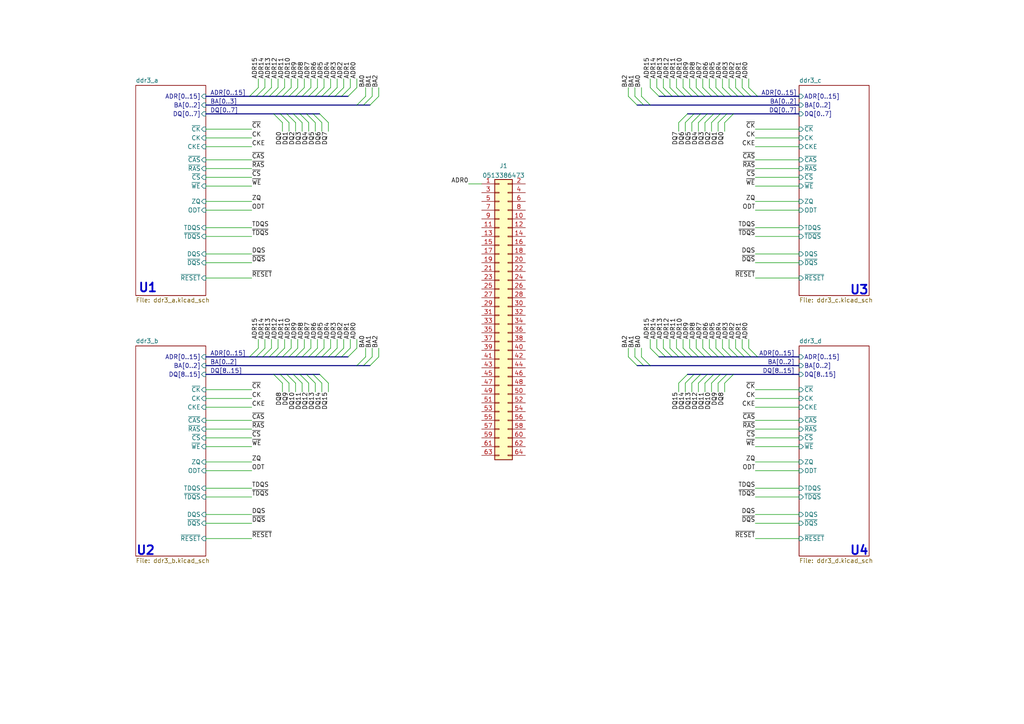
<source format=kicad_sch>
(kicad_sch (version 20211123) (generator eeschema)
  (paper "A4")
  (lib_symbols
    (symbol "Connector_Generic:Conn_02x32_Odd_Even" (pin_names (offset 1.016) hide)
      (property "Reference" "J" (at 1.27 40.64 0))
      (property "Value" "Conn_02x32_Odd_Even" (at 1.27 -43.18 0))
      (symbol "Conn_02x32_Odd_Even_1_1"
        (rectangle (start -1.27 -40.513) (end 0 -40.767) (stroke (width 0.1524)))
        (rectangle (start -1.27 -37.973) (end 0 -38.227) (stroke (width 0.1524)))
        (rectangle (start -1.27 -35.433) (end 0 -35.687) (stroke (width 0.1524)))
        (rectangle (start -1.27 -32.893) (end 0 -33.147) (stroke (width 0.1524)))
        (rectangle (start -1.27 -30.353) (end 0 -30.607) (stroke (width 0.1524)))
        (rectangle (start -1.27 -27.813) (end 0 -28.067) (stroke (width 0.1524)))
        (rectangle (start -1.27 -25.273) (end 0 -25.527) (stroke (width 0.1524)))
        (rectangle (start -1.27 -22.733) (end 0 -22.987) (stroke (width 0.1524)))
        (rectangle (start -1.27 -20.193) (end 0 -20.447) (stroke (width 0.1524)))
        (rectangle (start -1.27 -17.653) (end 0 -17.907) (stroke (width 0.1524)))
        (rectangle (start -1.27 -15.113) (end 0 -15.367) (stroke (width 0.1524)))
        (rectangle (start -1.27 -12.573) (end 0 -12.827) (stroke (width 0.1524)))
        (rectangle (start -1.27 -10.033) (end 0 -10.287) (stroke (width 0.1524)))
        (rectangle (start -1.27 -7.493) (end 0 -7.747) (stroke (width 0.1524)))
        (rectangle (start -1.27 -4.953) (end 0 -5.207) (stroke (width 0.1524)))
        (rectangle (start -1.27 -2.413) (end 0 -2.667) (stroke (width 0.1524)))
        (rectangle (start -1.27 0.127) (end 0 -0.127) (stroke (width 0.1524)))
        (rectangle (start -1.27 2.667) (end 0 2.413) (stroke (width 0.1524)))
        (rectangle (start -1.27 5.207) (end 0 4.953) (stroke (width 0.1524)))
        (rectangle (start -1.27 7.747) (end 0 7.493) (stroke (width 0.1524)))
        (rectangle (start -1.27 10.287) (end 0 10.033) (stroke (width 0.1524)))
        (rectangle (start -1.27 12.827) (end 0 12.573) (stroke (width 0.1524)))
        (rectangle (start -1.27 15.367) (end 0 15.113) (stroke (width 0.1524)))
        (rectangle (start -1.27 17.907) (end 0 17.653) (stroke (width 0.1524)))
        (rectangle (start -1.27 20.447) (end 0 20.193) (stroke (width 0.1524)))
        (rectangle (start -1.27 22.987) (end 0 22.733) (stroke (width 0.1524)))
        (rectangle (start -1.27 25.527) (end 0 25.273) (stroke (width 0.1524)))
        (rectangle (start -1.27 28.067) (end 0 27.813) (stroke (width 0.1524)))
        (rectangle (start -1.27 30.607) (end 0 30.353) (stroke (width 0.1524)))
        (rectangle (start -1.27 33.147) (end 0 32.893) (stroke (width 0.1524)))
        (rectangle (start -1.27 35.687) (end 0 35.433) (stroke (width 0.1524)))
        (rectangle (start -1.27 38.227) (end 0 37.973) (stroke (width 0.1524)))
        (rectangle (start -1.27 39.37) (end 3.81 -41.91) (stroke (width 0.254)) (fill (type background)))
        (rectangle (start 3.81 -40.513) (end 2.54 -40.767) (stroke (width 0.1524)))
        (rectangle (start 3.81 -37.973) (end 2.54 -38.227) (stroke (width 0.1524)))
        (rectangle (start 3.81 -35.433) (end 2.54 -35.687) (stroke (width 0.1524)))
        (rectangle (start 3.81 -32.893) (end 2.54 -33.147) (stroke (width 0.1524)))
        (rectangle (start 3.81 -30.353) (end 2.54 -30.607) (stroke (width 0.1524)))
        (rectangle (start 3.81 -27.813) (end 2.54 -28.067) (stroke (width 0.1524)))
        (rectangle (start 3.81 -25.273) (end 2.54 -25.527) (stroke (width 0.1524)))
        (rectangle (start 3.81 -22.733) (end 2.54 -22.987) (stroke (width 0.1524)))
        (rectangle (start 3.81 -20.193) (end 2.54 -20.447) (stroke (width 0.1524)))
        (rectangle (start 3.81 -17.653) (end 2.54 -17.907) (stroke (width 0.1524)))
        (rectangle (start 3.81 -15.113) (end 2.54 -15.367) (stroke (width 0.1524)))
        (rectangle (start 3.81 -12.573) (end 2.54 -12.827) (stroke (width 0.1524)))
        (rectangle (start 3.81 -10.033) (end 2.54 -10.287) (stroke (width 0.1524)))
        (rectangle (start 3.81 -7.493) (end 2.54 -7.747) (stroke (width 0.1524)))
        (rectangle (start 3.81 -4.953) (end 2.54 -5.207) (stroke (width 0.1524)))
        (rectangle (start 3.81 -2.413) (end 2.54 -2.667) (stroke (width 0.1524)))
        (rectangle (start 3.81 0.127) (end 2.54 -0.127) (stroke (width 0.1524)))
        (rectangle (start 3.81 2.667) (end 2.54 2.413) (stroke (width 0.1524)))
        (rectangle (start 3.81 5.207) (end 2.54 4.953) (stroke (width 0.1524)))
        (rectangle (start 3.81 7.747) (end 2.54 7.493) (stroke (width 0.1524)))
        (rectangle (start 3.81 10.287) (end 2.54 10.033) (stroke (width 0.1524)))
        (rectangle (start 3.81 12.827) (end 2.54 12.573) (stroke (width 0.1524)))
        (rectangle (start 3.81 15.367) (end 2.54 15.113) (stroke (width 0.1524)))
        (rectangle (start 3.81 17.907) (end 2.54 17.653) (stroke (width 0.1524)))
        (rectangle (start 3.81 20.447) (end 2.54 20.193) (stroke (width 0.1524)))
        (rectangle (start 3.81 22.987) (end 2.54 22.733) (stroke (width 0.1524)))
        (rectangle (start 3.81 25.527) (end 2.54 25.273) (stroke (width 0.1524)))
        (rectangle (start 3.81 28.067) (end 2.54 27.813) (stroke (width 0.1524)))
        (rectangle (start 3.81 30.607) (end 2.54 30.353) (stroke (width 0.1524)))
        (rectangle (start 3.81 33.147) (end 2.54 32.893) (stroke (width 0.1524)))
        (rectangle (start 3.81 35.687) (end 2.54 35.433) (stroke (width 0.1524)))
        (rectangle (start 3.81 38.227) (end 2.54 37.973) (stroke (width 0.1524)))
        (pin passive line (at -5.08 38.1 0) (length 3.81) (name "Pin_1") (number "1"))
        (pin passive line (at 7.62 27.94 180) (length 3.81) (name "Pin_10") (number "10"))
        (pin passive line (at -5.08 25.4 0) (length 3.81) (name "Pin_11") (number "11"))
        (pin passive line (at 7.62 25.4 180) (length 3.81) (name "Pin_12") (number "12"))
        (pin passive line (at -5.08 22.86 0) (length 3.81) (name "Pin_13") (number "13"))
        (pin passive line (at 7.62 22.86 180) (length 3.81) (name "Pin_14") (number "14"))
        (pin passive line (at -5.08 20.32 0) (length 3.81) (name "Pin_15") (number "15"))
        (pin passive line (at 7.62 20.32 180) (length 3.81) (name "Pin_16") (number "16"))
        (pin passive line (at -5.08 17.78 0) (length 3.81) (name "Pin_17") (number "17"))
        (pin passive line (at 7.62 17.78 180) (length 3.81) (name "Pin_18") (number "18"))
        (pin passive line (at -5.08 15.24 0) (length 3.81) (name "Pin_19") (number "19"))
        (pin passive line (at 7.62 38.1 180) (length 3.81) (name "Pin_2") (number "2"))
        (pin passive line (at 7.62 15.24 180) (length 3.81) (name "Pin_20") (number "20"))
        (pin passive line (at -5.08 12.7 0) (length 3.81) (name "Pin_21") (number "21"))
        (pin passive line (at 7.62 12.7 180) (length 3.81) (name "Pin_22") (number "22"))
        (pin passive line (at -5.08 10.16 0) (length 3.81) (name "Pin_23") (number "23"))
        (pin passive line (at 7.62 10.16 180) (length 3.81) (name "Pin_24") (number "24"))
        (pin passive line (at -5.08 7.62 0) (length 3.81) (name "Pin_25") (number "25"))
        (pin passive line (at 7.62 7.62 180) (length 3.81) (name "Pin_26") (number "26"))
        (pin passive line (at -5.08 5.08 0) (length 3.81) (name "Pin_27") (number "27"))
        (pin passive line (at 7.62 5.08 180) (length 3.81) (name "Pin_28") (number "28"))
        (pin passive line (at -5.08 2.54 0) (length 3.81) (name "Pin_29") (number "29"))
        (pin passive line (at -5.08 35.56 0) (length 3.81) (name "Pin_3") (number "3"))
        (pin passive line (at 7.62 2.54 180) (length 3.81) (name "Pin_30") (number "30"))
        (pin passive line (at -5.08 0 0) (length 3.81) (name "Pin_31") (number "31"))
        (pin passive line (at 7.62 0 180) (length 3.81) (name "Pin_32") (number "32"))
        (pin passive line (at -5.08 -2.54 0) (length 3.81) (name "Pin_33") (number "33"))
        (pin passive line (at 7.62 -2.54 180) (length 3.81) (name "Pin_34") (number "34"))
        (pin passive line (at -5.08 -5.08 0) (length 3.81) (name "Pin_35") (number "35"))
        (pin passive line (at 7.62 -5.08 180) (length 3.81) (name "Pin_36") (number "36"))
        (pin passive line (at -5.08 -7.62 0) (length 3.81) (name "Pin_37") (number "37"))
        (pin passive line (at 7.62 -7.62 180) (length 3.81) (name "Pin_38") (number "38"))
        (pin passive line (at -5.08 -10.16 0) (length 3.81) (name "Pin_39") (number "39"))
        (pin passive line (at 7.62 35.56 180) (length 3.81) (name "Pin_4") (number "4"))
        (pin passive line (at 7.62 -10.16 180) (length 3.81) (name "Pin_40") (number "40"))
        (pin passive line (at -5.08 -12.7 0) (length 3.81) (name "Pin_41") (number "41"))
        (pin passive line (at 7.62 -12.7 180) (length 3.81) (name "Pin_42") (number "42"))
        (pin passive line (at -5.08 -15.24 0) (length 3.81) (name "Pin_43") (number "43"))
        (pin passive line (at 7.62 -15.24 180) (length 3.81) (name "Pin_44") (number "44"))
        (pin passive line (at -5.08 -17.78 0) (length 3.81) (name "Pin_45") (number "45"))
        (pin passive line (at 7.62 -17.78 180) (length 3.81) (name "Pin_46") (number "46"))
        (pin passive line (at -5.08 -20.32 0) (length 3.81) (name "Pin_47") (number "47"))
        (pin passive line (at 7.62 -20.32 180) (length 3.81) (name "Pin_48") (number "48"))
        (pin passive line (at -5.08 -22.86 0) (length 3.81) (name "Pin_49") (number "49"))
        (pin passive line (at -5.08 33.02 0) (length 3.81) (name "Pin_5") (number "5"))
        (pin passive line (at 7.62 -22.86 180) (length 3.81) (name "Pin_50") (number "50"))
        (pin passive line (at -5.08 -25.4 0) (length 3.81) (name "Pin_51") (number "51"))
        (pin passive line (at 7.62 -25.4 180) (length 3.81) (name "Pin_52") (number "52"))
        (pin passive line (at -5.08 -27.94 0) (length 3.81) (name "Pin_53") (number "53"))
        (pin passive line (at 7.62 -27.94 180) (length 3.81) (name "Pin_54") (number "54"))
        (pin passive line (at -5.08 -30.48 0) (length 3.81) (name "Pin_55") (number "55"))
        (pin passive line (at 7.62 -30.48 180) (length 3.81) (name "Pin_56") (number "56"))
        (pin passive line (at -5.08 -33.02 0) (length 3.81) (name "Pin_57") (number "57"))
        (pin passive line (at 7.62 -33.02 180) (length 3.81) (name "Pin_58") (number "58"))
        (pin passive line (at -5.08 -35.56 0) (length 3.81) (name "Pin_59") (number "59"))
        (pin passive line (at 7.62 33.02 180) (length 3.81) (name "Pin_6") (number "6"))
        (pin passive line (at 7.62 -35.56 180) (length 3.81) (name "Pin_60") (number "60"))
        (pin passive line (at -5.08 -38.1 0) (length 3.81) (name "Pin_61") (number "61"))
        (pin passive line (at 7.62 -38.1 180) (length 3.81) (name "Pin_62") (number "62"))
        (pin passive line (at -5.08 -40.64 0) (length 3.81) (name "Pin_63") (number "63"))
        (pin passive line (at 7.62 -40.64 180) (length 3.81) (name "Pin_64") (number "64"))
        (pin passive line (at -5.08 30.48 0) (length 3.81) (name "Pin_7") (number "7"))
        (pin passive line (at 7.62 30.48 180) (length 3.81) (name "Pin_8") (number "8"))
        (pin passive line (at -5.08 27.94 0) (length 3.81) (name "Pin_9") (number "9"))
      )
    )
  )
  (bus_entry (at 212.09 103.505) (size -2.54 -2.54))
  (bus_entry (at 81.28 33.02) (size 2.54 2.54))
  (bus_entry (at 95.25 103.505) (size 2.54 -2.54))
  (bus_entry (at 93.345 103.505) (size 2.54 -2.54))
  (bus_entry (at 105.41 30.48) (size 2.54 -2.54))
  (bus_entry (at 193.04 103.505) (size -2.54 -2.54))
  (bus_entry (at 74.295 103.505) (size 2.54 -2.54))
  (bus_entry (at 90.805 33.02) (size 2.54 2.54))
  (bus_entry (at 85.725 27.94) (size 2.54 -2.54))
  (bus_entry (at 204.47 27.94) (size -2.54 -2.54))
  (bus_entry (at 191.135 27.94) (size -2.54 -2.54))
  (bus_entry (at 206.375 103.505) (size -2.54 -2.54))
  (bus_entry (at 194.945 103.505) (size -2.54 -2.54))
  (bus_entry (at 72.39 103.505) (size 2.54 -2.54))
  (bus_entry (at 199.39 108.585) (size -2.54 2.54))
  (bus_entry (at 87.63 27.94) (size 2.54 -2.54))
  (bus_entry (at 91.44 103.505) (size 2.54 -2.54))
  (bus_entry (at 212.09 27.94) (size -2.54 -2.54))
  (bus_entry (at 212.725 108.585) (size -2.54 2.54))
  (bus_entry (at 83.82 103.505) (size 2.54 -2.54))
  (bus_entry (at 81.28 108.585) (size 2.54 2.54))
  (bus_entry (at 88.9 108.585) (size 2.54 2.54))
  (bus_entry (at 80.01 103.505) (size 2.54 -2.54))
  (bus_entry (at 184.785 30.48) (size -2.54 -2.54))
  (bus_entry (at 202.565 103.505) (size -2.54 -2.54))
  (bus_entry (at 90.805 108.585) (size 2.54 2.54))
  (bus_entry (at 203.2 33.02) (size -2.54 2.54))
  (bus_entry (at 208.28 103.505) (size -2.54 -2.54))
  (bus_entry (at 196.85 27.94) (size -2.54 -2.54))
  (bus_entry (at 80.01 27.94) (size 2.54 -2.54))
  (bus_entry (at 76.2 27.94) (size 2.54 -2.54))
  (bus_entry (at 78.105 103.505) (size 2.54 -2.54))
  (bus_entry (at 85.09 108.585) (size 2.54 2.54))
  (bus_entry (at 213.995 103.505) (size -2.54 -2.54))
  (bus_entry (at 219.71 27.94) (size -2.54 -2.54))
  (bus_entry (at 215.9 27.94) (size -2.54 -2.54))
  (bus_entry (at 215.9 103.505) (size -2.54 -2.54))
  (bus_entry (at 79.375 33.02) (size 2.54 2.54))
  (bus_entry (at 95.25 27.94) (size 2.54 -2.54))
  (bus_entry (at 103.505 30.48) (size 2.54 -2.54))
  (bus_entry (at 191.135 103.505) (size -2.54 -2.54))
  (bus_entry (at 196.85 103.505) (size -2.54 -2.54))
  (bus_entry (at 212.725 33.02) (size -2.54 2.54))
  (bus_entry (at 85.09 33.02) (size 2.54 2.54))
  (bus_entry (at 200.66 27.94) (size -2.54 -2.54))
  (bus_entry (at 184.785 106.045) (size -2.54 -2.54))
  (bus_entry (at 208.28 27.94) (size -2.54 -2.54))
  (bus_entry (at 198.755 103.505) (size -2.54 -2.54))
  (bus_entry (at 107.315 106.045) (size 2.54 -2.54))
  (bus_entry (at 83.82 27.94) (size 2.54 -2.54))
  (bus_entry (at 205.105 108.585) (size -2.54 2.54))
  (bus_entry (at 89.535 103.505) (size 2.54 -2.54))
  (bus_entry (at 87.63 103.505) (size 2.54 -2.54))
  (bus_entry (at 210.185 27.94) (size -2.54 -2.54))
  (bus_entry (at 88.9 33.02) (size 2.54 2.54))
  (bus_entry (at 201.295 108.585) (size -2.54 2.54))
  (bus_entry (at 207.01 33.02) (size -2.54 2.54))
  (bus_entry (at 188.595 106.045) (size -2.54 -2.54))
  (bus_entry (at 193.04 27.94) (size -2.54 -2.54))
  (bus_entry (at 194.945 27.94) (size -2.54 -2.54))
  (bus_entry (at 219.71 103.505) (size -2.54 -2.54))
  (bus_entry (at 217.805 27.94) (size -2.54 -2.54))
  (bus_entry (at 207.01 108.585) (size -2.54 2.54))
  (bus_entry (at 72.39 27.94) (size 2.54 -2.54))
  (bus_entry (at 206.375 27.94) (size -2.54 -2.54))
  (bus_entry (at 204.47 103.505) (size -2.54 -2.54))
  (bus_entry (at 86.995 33.02) (size 2.54 2.54))
  (bus_entry (at 85.725 103.505) (size 2.54 -2.54))
  (bus_entry (at 92.71 33.02) (size 2.54 2.54))
  (bus_entry (at 74.295 27.94) (size 2.54 -2.54))
  (bus_entry (at 100.965 103.505) (size 2.54 -2.54))
  (bus_entry (at 199.39 33.02) (size -2.54 2.54))
  (bus_entry (at 186.69 106.045) (size -2.54 -2.54))
  (bus_entry (at 105.41 106.045) (size 2.54 -2.54))
  (bus_entry (at 92.71 108.585) (size 2.54 2.54))
  (bus_entry (at 208.915 108.585) (size -2.54 2.54))
  (bus_entry (at 203.2 108.585) (size -2.54 2.54))
  (bus_entry (at 99.06 103.505) (size 2.54 -2.54))
  (bus_entry (at 200.66 103.505) (size -2.54 -2.54))
  (bus_entry (at 99.06 27.94) (size 2.54 -2.54))
  (bus_entry (at 202.565 27.94) (size -2.54 -2.54))
  (bus_entry (at 201.295 33.02) (size -2.54 2.54))
  (bus_entry (at 93.345 27.94) (size 2.54 -2.54))
  (bus_entry (at 97.155 27.94) (size 2.54 -2.54))
  (bus_entry (at 188.595 30.48) (size -2.54 -2.54))
  (bus_entry (at 210.185 103.505) (size -2.54 -2.54))
  (bus_entry (at 91.44 27.94) (size 2.54 -2.54))
  (bus_entry (at 100.965 27.94) (size 2.54 -2.54))
  (bus_entry (at 78.105 27.94) (size 2.54 -2.54))
  (bus_entry (at 76.2 103.505) (size 2.54 -2.54))
  (bus_entry (at 210.82 33.02) (size -2.54 2.54))
  (bus_entry (at 97.155 103.505) (size 2.54 -2.54))
  (bus_entry (at 83.185 33.02) (size 2.54 2.54))
  (bus_entry (at 210.82 108.585) (size -2.54 2.54))
  (bus_entry (at 208.915 33.02) (size -2.54 2.54))
  (bus_entry (at 205.105 33.02) (size -2.54 2.54))
  (bus_entry (at 81.915 103.505) (size 2.54 -2.54))
  (bus_entry (at 107.315 30.48) (size 2.54 -2.54))
  (bus_entry (at 198.755 27.94) (size -2.54 -2.54))
  (bus_entry (at 86.995 108.585) (size 2.54 2.54))
  (bus_entry (at 217.805 103.505) (size -2.54 -2.54))
  (bus_entry (at 89.535 27.94) (size 2.54 -2.54))
  (bus_entry (at 186.69 30.48) (size -2.54 -2.54))
  (bus_entry (at 83.185 108.585) (size 2.54 2.54))
  (bus_entry (at 103.505 106.045) (size 2.54 -2.54))
  (bus_entry (at 213.995 27.94) (size -2.54 -2.54))
  (bus_entry (at 79.375 108.585) (size 2.54 2.54))
  (bus_entry (at 81.915 27.94) (size 2.54 -2.54))
  (bus (pts (xy 208.915 33.02) (xy 207.01 33.02)))
  (wire (pts (xy 231.775 113.03) (xy 219.075 113.03)))
  (wire (pts (xy 91.44 113.665) (xy 91.44 111.125)))
  (wire (pts (xy 93.98 98.425) (xy 93.98 100.965)))
  (wire (pts (xy 208.28 38.1) (xy 208.28 35.56)))
  (bus (pts (xy 90.805 108.585) (xy 92.71 108.585)))
  (wire (pts (xy 188.595 98.425) (xy 188.595 100.965)))
  (wire (pts (xy 231.775 51.435) (xy 219.075 51.435)))
  (bus (pts (xy 219.71 27.94) (xy 217.805 27.94)))
  (bus (pts (xy 59.69 103.505) (xy 72.39 103.505)))
  (bus (pts (xy 59.69 30.48) (xy 103.505 30.48)))
  (wire (pts (xy 59.69 37.465) (xy 73.025 37.465)))
  (wire (pts (xy 186.055 25.4) (xy 186.055 27.94)))
  (wire (pts (xy 101.6 22.86) (xy 101.6 25.4)))
  (bus (pts (xy 86.995 33.02) (xy 88.9 33.02)))
  (wire (pts (xy 59.69 73.66) (xy 73.025 73.66)))
  (wire (pts (xy 204.47 38.1) (xy 204.47 35.56)))
  (wire (pts (xy 80.645 98.425) (xy 80.645 100.965)))
  (wire (pts (xy 182.245 25.4) (xy 182.245 27.94)))
  (wire (pts (xy 107.95 100.965) (xy 107.95 103.505)))
  (wire (pts (xy 190.5 98.425) (xy 190.5 100.965)))
  (bus (pts (xy 231.775 103.505) (xy 219.71 103.505)))
  (bus (pts (xy 201.295 33.02) (xy 199.39 33.02)))
  (wire (pts (xy 103.505 22.86) (xy 103.505 25.4)))
  (wire (pts (xy 59.69 124.46) (xy 73.025 124.46)))
  (wire (pts (xy 95.885 98.425) (xy 95.885 100.965)))
  (wire (pts (xy 74.93 22.86) (xy 74.93 25.4)))
  (wire (pts (xy 97.79 98.425) (xy 97.79 100.965)))
  (wire (pts (xy 87.63 38.1) (xy 87.63 35.56)))
  (wire (pts (xy 78.74 98.425) (xy 78.74 100.965)))
  (wire (pts (xy 231.775 40.005) (xy 219.075 40.005)))
  (bus (pts (xy 72.39 27.94) (xy 74.295 27.94)))
  (wire (pts (xy 93.345 38.1) (xy 93.345 35.56)))
  (wire (pts (xy 202.565 38.1) (xy 202.565 35.56)))
  (wire (pts (xy 59.69 48.895) (xy 73.025 48.895)))
  (bus (pts (xy 83.82 103.505) (xy 85.725 103.505)))
  (bus (pts (xy 97.155 27.94) (xy 99.06 27.94)))
  (wire (pts (xy 59.69 136.525) (xy 73.025 136.525)))
  (wire (pts (xy 198.755 38.1) (xy 198.755 35.56)))
  (wire (pts (xy 196.215 98.425) (xy 196.215 100.965)))
  (wire (pts (xy 201.93 22.86) (xy 201.93 25.4)))
  (wire (pts (xy 211.455 98.425) (xy 211.455 100.965)))
  (bus (pts (xy 74.295 27.94) (xy 76.2 27.94)))
  (wire (pts (xy 231.775 60.96) (xy 219.075 60.96)))
  (wire (pts (xy 95.25 113.665) (xy 95.25 111.125)))
  (wire (pts (xy 59.69 68.58) (xy 73.025 68.58)))
  (bus (pts (xy 231.775 108.585) (xy 212.725 108.585)))
  (wire (pts (xy 208.28 113.665) (xy 208.28 111.125)))
  (bus (pts (xy 59.69 106.045) (xy 103.505 106.045)))
  (bus (pts (xy 95.25 103.505) (xy 97.155 103.505)))
  (bus (pts (xy 205.105 108.585) (xy 203.2 108.585)))
  (wire (pts (xy 59.69 76.2) (xy 73.025 76.2)))
  (wire (pts (xy 59.69 118.11) (xy 73.025 118.11)))
  (wire (pts (xy 83.82 38.1) (xy 83.82 35.56)))
  (bus (pts (xy 203.2 33.02) (xy 201.295 33.02)))
  (bus (pts (xy 91.44 103.505) (xy 93.345 103.505)))
  (bus (pts (xy 86.995 108.585) (xy 88.9 108.585)))
  (wire (pts (xy 196.85 113.665) (xy 196.85 111.125)))
  (wire (pts (xy 59.69 66.04) (xy 73.025 66.04)))
  (wire (pts (xy 210.185 113.665) (xy 210.185 111.125)))
  (wire (pts (xy 59.69 151.765) (xy 73.025 151.765)))
  (bus (pts (xy 212.09 27.94) (xy 210.185 27.94)))
  (wire (pts (xy 200.66 113.665) (xy 200.66 111.125)))
  (wire (pts (xy 231.775 144.145) (xy 219.075 144.145)))
  (wire (pts (xy 78.74 22.86) (xy 78.74 25.4)))
  (wire (pts (xy 59.69 51.435) (xy 73.025 51.435)))
  (bus (pts (xy 78.105 27.94) (xy 80.01 27.94)))
  (bus (pts (xy 93.345 27.94) (xy 95.25 27.94)))
  (wire (pts (xy 207.645 98.425) (xy 207.645 100.965)))
  (wire (pts (xy 59.69 40.005) (xy 73.025 40.005)))
  (wire (pts (xy 74.93 98.425) (xy 74.93 100.965)))
  (wire (pts (xy 231.775 151.765) (xy 219.075 151.765)))
  (bus (pts (xy 219.71 103.505) (xy 217.805 103.505)))
  (wire (pts (xy 204.47 113.665) (xy 204.47 111.125)))
  (bus (pts (xy 85.725 103.505) (xy 87.63 103.505)))
  (bus (pts (xy 208.915 108.585) (xy 207.01 108.585)))
  (bus (pts (xy 194.945 103.505) (xy 193.04 103.505)))
  (bus (pts (xy 90.805 33.02) (xy 92.71 33.02)))
  (bus (pts (xy 213.995 103.505) (xy 212.09 103.505)))
  (wire (pts (xy 198.12 98.425) (xy 198.12 100.965)))
  (bus (pts (xy 72.39 103.505) (xy 74.295 103.505)))
  (wire (pts (xy 231.775 121.92) (xy 219.075 121.92)))
  (bus (pts (xy 78.105 103.505) (xy 80.01 103.505)))
  (wire (pts (xy 109.855 25.4) (xy 109.855 27.94)))
  (wire (pts (xy 198.12 22.86) (xy 198.12 25.4)))
  (wire (pts (xy 192.405 98.425) (xy 192.405 100.965)))
  (wire (pts (xy 186.055 100.965) (xy 186.055 103.505)))
  (bus (pts (xy 212.725 108.585) (xy 210.82 108.585)))
  (wire (pts (xy 194.31 98.425) (xy 194.31 100.965)))
  (wire (pts (xy 231.775 149.225) (xy 219.075 149.225)))
  (wire (pts (xy 82.55 22.86) (xy 82.55 25.4)))
  (bus (pts (xy 80.01 27.94) (xy 81.915 27.94)))
  (bus (pts (xy 85.725 27.94) (xy 87.63 27.94)))
  (wire (pts (xy 59.69 46.355) (xy 73.025 46.355)))
  (wire (pts (xy 109.855 100.965) (xy 109.855 103.505)))
  (wire (pts (xy 84.455 22.86) (xy 84.455 25.4)))
  (wire (pts (xy 91.44 38.1) (xy 91.44 35.56)))
  (wire (pts (xy 85.725 113.665) (xy 85.725 111.125)))
  (wire (pts (xy 217.17 22.86) (xy 217.17 25.4)))
  (bus (pts (xy 88.9 33.02) (xy 90.805 33.02)))
  (bus (pts (xy 217.805 27.94) (xy 215.9 27.94)))
  (wire (pts (xy 231.775 76.2) (xy 219.075 76.2)))
  (wire (pts (xy 231.775 124.46) (xy 219.075 124.46)))
  (wire (pts (xy 76.835 22.86) (xy 76.835 25.4)))
  (wire (pts (xy 209.55 22.86) (xy 209.55 25.4)))
  (wire (pts (xy 106.045 25.4) (xy 106.045 27.94)))
  (wire (pts (xy 201.93 98.425) (xy 201.93 100.965)))
  (wire (pts (xy 81.915 113.665) (xy 81.915 111.125)))
  (wire (pts (xy 76.835 98.425) (xy 76.835 100.965)))
  (bus (pts (xy 196.85 103.505) (xy 194.945 103.505)))
  (wire (pts (xy 59.69 115.57) (xy 73.025 115.57)))
  (wire (pts (xy 93.345 113.665) (xy 93.345 111.125)))
  (bus (pts (xy 81.28 33.02) (xy 83.185 33.02)))
  (bus (pts (xy 188.595 106.045) (xy 186.69 106.045)))
  (wire (pts (xy 200.025 98.425) (xy 200.025 100.965)))
  (wire (pts (xy 231.775 141.605) (xy 219.075 141.605)))
  (bus (pts (xy 105.41 106.045) (xy 107.315 106.045)))
  (bus (pts (xy 91.44 27.94) (xy 93.345 27.94)))
  (bus (pts (xy 95.25 27.94) (xy 97.155 27.94)))
  (wire (pts (xy 59.69 42.545) (xy 73.025 42.545)))
  (wire (pts (xy 59.69 133.985) (xy 73.025 133.985)))
  (bus (pts (xy 212.09 103.505) (xy 210.185 103.505)))
  (bus (pts (xy 200.66 27.94) (xy 198.755 27.94)))
  (wire (pts (xy 198.755 113.665) (xy 198.755 111.125)))
  (wire (pts (xy 231.775 133.985) (xy 219.075 133.985)))
  (bus (pts (xy 210.185 27.94) (xy 208.28 27.94)))
  (wire (pts (xy 59.69 141.605) (xy 73.025 141.605)))
  (bus (pts (xy 59.69 108.585) (xy 79.375 108.585)))
  (wire (pts (xy 89.535 38.1) (xy 89.535 35.56)))
  (wire (pts (xy 83.82 113.665) (xy 83.82 111.125)))
  (bus (pts (xy 103.505 106.045) (xy 105.41 106.045)))
  (wire (pts (xy 88.265 22.86) (xy 88.265 25.4)))
  (wire (pts (xy 231.775 156.21) (xy 219.075 156.21)))
  (wire (pts (xy 59.69 149.225) (xy 73.025 149.225)))
  (wire (pts (xy 59.69 144.145) (xy 73.025 144.145)))
  (wire (pts (xy 59.69 113.03) (xy 73.025 113.03)))
  (wire (pts (xy 92.075 22.86) (xy 92.075 25.4)))
  (wire (pts (xy 231.775 42.545) (xy 219.075 42.545)))
  (bus (pts (xy 83.82 27.94) (xy 85.725 27.94)))
  (wire (pts (xy 206.375 113.665) (xy 206.375 111.125)))
  (bus (pts (xy 87.63 27.94) (xy 89.535 27.94)))
  (wire (pts (xy 93.98 22.86) (xy 93.98 25.4)))
  (wire (pts (xy 106.045 100.965) (xy 106.045 103.505)))
  (bus (pts (xy 87.63 103.505) (xy 89.535 103.505)))
  (wire (pts (xy 86.36 98.425) (xy 86.36 100.965)))
  (bus (pts (xy 105.41 30.48) (xy 107.315 30.48)))
  (bus (pts (xy 89.535 27.94) (xy 91.44 27.94)))
  (bus (pts (xy 186.69 106.045) (xy 184.785 106.045)))
  (wire (pts (xy 59.69 129.54) (xy 73.025 129.54)))
  (bus (pts (xy 231.775 106.045) (xy 188.595 106.045)))
  (bus (pts (xy 213.995 27.94) (xy 212.09 27.94)))
  (wire (pts (xy 192.405 22.86) (xy 192.405 25.4)))
  (wire (pts (xy 59.69 127) (xy 73.025 127)))
  (wire (pts (xy 231.775 58.42) (xy 219.075 58.42)))
  (wire (pts (xy 202.565 113.665) (xy 202.565 111.125)))
  (wire (pts (xy 80.645 22.86) (xy 80.645 25.4)))
  (wire (pts (xy 200.025 22.86) (xy 200.025 25.4)))
  (bus (pts (xy 81.915 27.94) (xy 83.82 27.94)))
  (bus (pts (xy 85.09 108.585) (xy 86.995 108.585)))
  (wire (pts (xy 200.66 38.1) (xy 200.66 35.56)))
  (bus (pts (xy 210.185 103.505) (xy 208.28 103.505)))
  (bus (pts (xy 74.295 103.505) (xy 76.2 103.505)))
  (bus (pts (xy 85.09 33.02) (xy 86.995 33.02)))
  (wire (pts (xy 231.775 37.465) (xy 219.075 37.465)))
  (wire (pts (xy 182.245 100.965) (xy 182.245 103.505)))
  (bus (pts (xy 198.755 27.94) (xy 196.85 27.94)))
  (wire (pts (xy 190.5 22.86) (xy 190.5 25.4)))
  (wire (pts (xy 59.69 156.21) (xy 73.025 156.21)))
  (bus (pts (xy 201.295 108.585) (xy 199.39 108.585)))
  (wire (pts (xy 95.885 22.86) (xy 95.885 25.4)))
  (bus (pts (xy 215.9 27.94) (xy 213.995 27.94)))
  (wire (pts (xy 231.775 127) (xy 219.075 127)))
  (wire (pts (xy 97.79 22.86) (xy 97.79 25.4)))
  (bus (pts (xy 83.185 108.585) (xy 85.09 108.585)))
  (wire (pts (xy 215.265 98.425) (xy 215.265 100.965)))
  (bus (pts (xy 188.595 30.48) (xy 186.69 30.48)))
  (bus (pts (xy 200.66 103.505) (xy 198.755 103.505)))
  (bus (pts (xy 231.775 30.48) (xy 188.595 30.48)))
  (wire (pts (xy 188.595 22.86) (xy 188.595 25.4)))
  (bus (pts (xy 76.2 27.94) (xy 78.105 27.94)))
  (wire (pts (xy 90.17 22.86) (xy 90.17 25.4)))
  (wire (pts (xy 231.775 136.525) (xy 219.075 136.525)))
  (bus (pts (xy 59.69 27.94) (xy 72.39 27.94)))
  (bus (pts (xy 196.85 27.94) (xy 194.945 27.94)))
  (bus (pts (xy 193.04 103.505) (xy 191.135 103.505)))
  (wire (pts (xy 231.775 48.895) (xy 219.075 48.895)))
  (wire (pts (xy 231.775 46.355) (xy 219.075 46.355)))
  (bus (pts (xy 210.82 33.02) (xy 208.915 33.02)))
  (bus (pts (xy 83.185 33.02) (xy 85.09 33.02)))
  (bus (pts (xy 206.375 103.505) (xy 204.47 103.505)))
  (wire (pts (xy 203.835 22.86) (xy 203.835 25.4)))
  (wire (pts (xy 217.17 98.425) (xy 217.17 100.965)))
  (bus (pts (xy 217.805 103.505) (xy 215.9 103.505)))
  (wire (pts (xy 231.775 115.57) (xy 219.075 115.57)))
  (wire (pts (xy 231.775 129.54) (xy 219.075 129.54)))
  (wire (pts (xy 196.85 38.1) (xy 196.85 35.56)))
  (bus (pts (xy 59.69 33.02) (xy 79.375 33.02)))
  (wire (pts (xy 231.775 68.58) (xy 219.075 68.58)))
  (wire (pts (xy 90.17 98.425) (xy 90.17 100.965)))
  (bus (pts (xy 202.565 27.94) (xy 200.66 27.94)))
  (bus (pts (xy 204.47 103.505) (xy 202.565 103.505)))
  (bus (pts (xy 79.375 108.585) (xy 81.28 108.585)))
  (bus (pts (xy 79.375 33.02) (xy 81.28 33.02)))
  (bus (pts (xy 80.01 103.505) (xy 81.915 103.505)))
  (wire (pts (xy 87.63 113.665) (xy 87.63 111.125)))
  (wire (pts (xy 86.36 22.86) (xy 86.36 25.4)))
  (wire (pts (xy 210.185 38.1) (xy 210.185 35.56)))
  (wire (pts (xy 205.74 98.425) (xy 205.74 100.965)))
  (wire (pts (xy 205.74 22.86) (xy 205.74 25.4)))
  (wire (pts (xy 231.775 53.975) (xy 219.075 53.975)))
  (wire (pts (xy 209.55 98.425) (xy 209.55 100.965)))
  (wire (pts (xy 99.695 22.86) (xy 99.695 25.4)))
  (bus (pts (xy 231.775 33.02) (xy 212.725 33.02)))
  (bus (pts (xy 88.9 108.585) (xy 90.805 108.585)))
  (wire (pts (xy 196.215 22.86) (xy 196.215 25.4)))
  (wire (pts (xy 231.775 118.11) (xy 219.075 118.11)))
  (bus (pts (xy 208.28 103.505) (xy 206.375 103.505)))
  (wire (pts (xy 194.31 22.86) (xy 194.31 25.4)))
  (wire (pts (xy 184.15 25.4) (xy 184.15 27.94)))
  (wire (pts (xy 81.915 38.1) (xy 81.915 35.56)))
  (bus (pts (xy 208.28 27.94) (xy 206.375 27.94)))
  (wire (pts (xy 82.55 98.425) (xy 82.55 100.965)))
  (wire (pts (xy 207.645 22.86) (xy 207.645 25.4)))
  (wire (pts (xy 85.725 38.1) (xy 85.725 35.56)))
  (bus (pts (xy 97.155 103.505) (xy 99.06 103.505)))
  (bus (pts (xy 207.01 108.585) (xy 205.105 108.585)))
  (wire (pts (xy 184.15 100.965) (xy 184.15 103.505)))
  (bus (pts (xy 205.105 33.02) (xy 203.2 33.02)))
  (wire (pts (xy 211.455 22.86) (xy 211.455 25.4)))
  (wire (pts (xy 103.505 98.425) (xy 103.505 100.965)))
  (bus (pts (xy 99.06 27.94) (xy 100.965 27.94)))
  (wire (pts (xy 213.36 98.425) (xy 213.36 100.965)))
  (wire (pts (xy 59.69 80.645) (xy 73.025 80.645)))
  (bus (pts (xy 99.06 103.505) (xy 100.965 103.505)))
  (bus (pts (xy 186.69 30.48) (xy 184.785 30.48)))
  (wire (pts (xy 107.95 25.4) (xy 107.95 27.94)))
  (bus (pts (xy 81.915 103.505) (xy 83.82 103.505)))
  (wire (pts (xy 89.535 113.665) (xy 89.535 111.125)))
  (wire (pts (xy 231.775 66.04) (xy 219.075 66.04)))
  (wire (pts (xy 231.775 80.645) (xy 219.075 80.645)))
  (wire (pts (xy 101.6 98.425) (xy 101.6 100.965)))
  (wire (pts (xy 213.36 22.86) (xy 213.36 25.4)))
  (bus (pts (xy 198.755 103.505) (xy 196.85 103.505)))
  (bus (pts (xy 193.04 27.94) (xy 191.135 27.94)))
  (wire (pts (xy 59.69 58.42) (xy 73.025 58.42)))
  (wire (pts (xy 231.775 73.66) (xy 219.075 73.66)))
  (bus (pts (xy 89.535 103.505) (xy 91.44 103.505)))
  (bus (pts (xy 202.565 103.505) (xy 200.66 103.505)))
  (wire (pts (xy 59.69 121.92) (xy 73.025 121.92)))
  (bus (pts (xy 81.28 108.585) (xy 83.185 108.585)))
  (bus (pts (xy 207.01 33.02) (xy 205.105 33.02)))
  (bus (pts (xy 93.345 103.505) (xy 95.25 103.505)))
  (wire (pts (xy 135.89 53.34) (xy 139.7 53.34)))
  (wire (pts (xy 215.265 22.86) (xy 215.265 25.4)))
  (wire (pts (xy 88.265 98.425) (xy 88.265 100.965)))
  (bus (pts (xy 206.375 27.94) (xy 204.47 27.94)))
  (wire (pts (xy 84.455 98.425) (xy 84.455 100.965)))
  (bus (pts (xy 203.2 108.585) (xy 201.295 108.585)))
  (wire (pts (xy 203.835 98.425) (xy 203.835 100.965)))
  (bus (pts (xy 76.2 103.505) (xy 78.105 103.505)))
  (wire (pts (xy 92.075 98.425) (xy 92.075 100.965)))
  (wire (pts (xy 206.375 38.1) (xy 206.375 35.56)))
  (bus (pts (xy 212.725 33.02) (xy 210.82 33.02)))
  (bus (pts (xy 204.47 27.94) (xy 202.565 27.94)))
  (bus (pts (xy 231.775 27.94) (xy 219.71 27.94)))
  (wire (pts (xy 59.69 60.96) (xy 73.025 60.96)))
  (wire (pts (xy 95.25 38.1) (xy 95.25 35.56)))
  (bus (pts (xy 210.82 108.585) (xy 208.915 108.585)))
  (bus (pts (xy 103.505 30.48) (xy 105.41 30.48)))
  (wire (pts (xy 99.695 98.425) (xy 99.695 100.965)))
  (bus (pts (xy 194.945 27.94) (xy 193.04 27.94)))
  (wire (pts (xy 59.69 53.975) (xy 73.025 53.975)))
  (bus (pts (xy 215.9 103.505) (xy 213.995 103.505)))
  (text "U2" (at 39.37 161.29 0) (effects (font (size 2.54 2.54) (thickness 0.508) bold) (justify left bottom)))
  (text "U1" (at 40.005 85.09 0) (effects (font (size 2.54 2.54) (thickness 0.508) bold) (justify left bottom)))
  (text "U3" (at 252.095 85.725 180) (effects (font (size 2.54 2.54) (thickness 0.508) bold) (justify right bottom)))
  (text "U4" (at 252.095 161.29 180) (effects (font (size 2.54 2.54) (thickness 0.508) bold) (justify right bottom)))
  (label "ADR7" (at 90.17 98.425 90))
  (label "ADR14" (at 190.5 98.425 90))
  (label "ADR8" (at 88.265 98.425 90))
  (label "DQ5" (at 200.66 38.1 270))
  (label "DQ6" (at 93.345 38.1 270))
  (label "~{RAS}" (at 73.025 124.46 0))
  (label "~{WE}" (at 219.075 129.54 180))
  (label "ADR10" (at 84.455 98.425 90))
  (label "ADR5" (at 93.98 98.425 90))
  (label "ODT" (at 73.025 60.96 0))
  (label "CK" (at 73.025 40.005 0))
  (label "DQ7" (at 95.25 38.1 270))
  (label "CKE" (at 219.075 42.545 180))
  (label "ADR10" (at 198.12 98.425 90))
  (label "ADR12" (at 80.645 22.86 90))
  (label "ADR1" (at 101.6 22.86 90))
  (label "ADR15" (at 188.595 22.86 90))
  (label "ADR10" (at 198.12 22.86 90))
  (label "ADR15" (at 74.93 22.86 90))
  (label "ADR3" (at 211.455 98.425 90))
  (label "DQ14" (at 198.755 113.665 270))
  (label "ADR12" (at 194.31 22.86 90))
  (label "ADR6" (at 205.74 98.425 90))
  (label "ADR0" (at 103.505 98.425 90))
  (label "BA1" (at 107.95 25.4 90))
  (label "DQ10" (at 85.725 113.665 270))
  (label "ZQ" (at 73.025 133.985 0))
  (label "DQ[8..15]" (at 60.96 108.585 0))
  (label "CK" (at 73.025 115.57 0))
  (label "ADR3" (at 97.79 22.86 90))
  (label "~{CAS}" (at 219.075 121.92 180))
  (label "BA[0..2]" (at 60.96 106.045 0))
  (label "ADR[0..15]" (at 230.505 103.505 180))
  (label "CKE" (at 73.025 118.11 0))
  (label "ADR5" (at 207.645 98.425 90))
  (label "CK" (at 219.075 40.005 180))
  (label "ADR8" (at 201.93 98.425 90))
  (label "BA0" (at 186.055 25.4 90))
  (label "ADR8" (at 201.93 22.86 90))
  (label "ADR1" (at 215.265 22.86 90))
  (label "DQS" (at 219.075 73.66 180))
  (label "DQS" (at 73.025 149.225 0))
  (label "DQS" (at 219.075 149.225 180))
  (label "~{CS}" (at 219.075 51.435 180))
  (label "DQ0" (at 210.185 38.1 270))
  (label "~{TDQS}" (at 219.075 68.58 180))
  (label "ADR4" (at 95.885 22.86 90))
  (label "ADR2" (at 213.36 22.86 90))
  (label "ZQ" (at 73.025 58.42 0))
  (label "ADR12" (at 80.645 98.425 90))
  (label "DQ4" (at 202.565 38.1 270))
  (label "DQ6" (at 198.755 38.1 270))
  (label "ADR0" (at 103.505 22.86 90))
  (label "ADR6" (at 92.075 22.86 90))
  (label "BA0" (at 186.055 100.965 90))
  (label "DQ5" (at 91.44 38.1 270))
  (label "DQ12" (at 202.565 113.665 270))
  (label "~{RAS}" (at 73.025 48.895 0))
  (label "ADR9" (at 200.025 22.86 90))
  (label "DQ[8..15]" (at 230.505 108.585 180))
  (label "ADR7" (at 203.835 98.425 90))
  (label "DQ9" (at 208.28 113.665 270))
  (label "BA1" (at 184.15 100.965 90))
  (label "~{TDQS}" (at 219.075 144.145 180))
  (label "DQ11" (at 204.47 113.665 270))
  (label "ADR15" (at 188.595 98.425 90))
  (label "BA[0..2]" (at 231.14 30.48 180))
  (label "~{TDQS}" (at 73.025 144.145 0))
  (label "DQ2" (at 85.725 38.1 270))
  (label "~{RESET}" (at 219.075 156.21 180))
  (label "ADR11" (at 82.55 98.425 90))
  (label "ADR11" (at 196.215 98.425 90))
  (label "BA2" (at 109.855 100.965 90))
  (label "BA0" (at 106.045 100.965 90))
  (label "ADR14" (at 76.835 22.86 90))
  (label "CKE" (at 73.025 42.545 0))
  (label "ADR4" (at 209.55 22.86 90))
  (label "DQ4" (at 89.535 38.1 270))
  (label "DQ15" (at 95.25 113.665 270))
  (label "ADR4" (at 95.885 98.425 90))
  (label "ADR3" (at 97.79 98.425 90))
  (label "ADR14" (at 76.835 98.425 90))
  (label "DQ15" (at 196.85 113.665 270))
  (label "ADR12" (at 194.31 98.425 90))
  (label "ADR8" (at 88.265 22.86 90))
  (label "ADR15" (at 74.93 98.425 90))
  (label "ADR6" (at 92.075 98.425 90))
  (label "ADR9" (at 200.025 98.425 90))
  (label "DQ8" (at 210.185 113.665 270))
  (label "BA1" (at 107.95 100.965 90))
  (label "BA1" (at 184.15 25.4 90))
  (label "ADR[0..15]" (at 60.96 27.94 0))
  (label "ZQ" (at 219.075 58.42 180))
  (label "ADR11" (at 196.215 22.86 90))
  (label "ADR14" (at 190.5 22.86 90))
  (label "BA[0..3]" (at 60.96 30.48 0))
  (label "ADR2" (at 99.695 98.425 90))
  (label "ADR10" (at 84.455 22.86 90))
  (label "DQ[0..7]" (at 60.96 33.02 0))
  (label "ADR2" (at 99.695 22.86 90))
  (label "ADR13" (at 78.74 98.425 90))
  (label "ADR9" (at 86.36 22.86 90))
  (label "TDQS" (at 73.025 141.605 0))
  (label "~{WE}" (at 219.075 53.975 180))
  (label "ADR13" (at 192.405 98.425 90))
  (label "ZQ" (at 219.075 133.985 180))
  (label "BA2" (at 182.245 100.965 90))
  (label "DQ3" (at 204.47 38.1 270))
  (label "BA[0..2]" (at 230.505 106.045 180))
  (label "~{RESET}" (at 73.025 80.645 0))
  (label "DQ9" (at 83.82 113.665 270))
  (label "DQ0" (at 81.915 38.1 270))
  (label "ADR13" (at 78.74 22.86 90))
  (label "ADR5" (at 93.98 22.86 90))
  (label "ODT" (at 219.075 60.96 180))
  (label "~{WE}" (at 73.025 53.975 0))
  (label "ADR1" (at 101.6 98.425 90))
  (label "DQ10" (at 206.375 113.665 270))
  (label "ODT" (at 219.075 136.525 180))
  (label "DQ11" (at 87.63 113.665 270))
  (label "~{RAS}" (at 219.075 48.895 180))
  (label "~{CS}" (at 73.025 127 0))
  (label "DQ12" (at 89.535 113.665 270))
  (label "~{CAS}" (at 73.025 46.355 0))
  (label "DQ14" (at 93.345 113.665 270))
  (label "ADR7" (at 203.835 22.86 90))
  (label "DQ1" (at 83.82 38.1 270))
  (label "DQ7" (at 196.85 38.1 270))
  (label "DQ13" (at 91.44 113.665 270))
  (label "~{RESET}" (at 73.025 156.21 0))
  (label "~{RAS}" (at 219.075 124.46 180))
  (label "DQ13" (at 200.66 113.665 270))
  (label "TDQS" (at 73.025 66.04 0))
  (label "ADR5" (at 207.645 22.86 90))
  (label "ADR9" (at 86.36 98.425 90))
  (label "ADR[0..15]" (at 60.96 103.505 0))
  (label "~{CAS}" (at 73.025 121.92 0))
  (label "ADR0" (at 135.89 53.34 180))
  (label "~{CK}" (at 73.025 113.03 0))
  (label "~{CAS}" (at 219.075 46.355 180))
  (label "ADR2" (at 213.36 98.425 90))
  (label "~{DQS}" (at 73.025 76.2 0))
  (label "BA2" (at 182.245 25.4 90))
  (label "TDQS" (at 219.075 66.04 180))
  (label "DQ8" (at 81.915 113.665 270))
  (label "ADR7" (at 90.17 22.86 90))
  (label "ADR3" (at 211.455 22.86 90))
  (label "ADR[0..15]" (at 231.14 27.94 180))
  (label "~{CS}" (at 219.075 127 180))
  (label "ADR0" (at 217.17 22.86 90))
  (label "DQ1" (at 208.28 38.1 270))
  (label "DQ3" (at 87.63 38.1 270))
  (label "~{CK}" (at 219.075 37.465 180))
  (label "ODT" (at 73.025 136.525 0))
  (label "~{TDQS}" (at 73.025 68.58 0))
  (label "DQS" (at 73.025 73.66 0))
  (label "ADR1" (at 215.265 98.425 90))
  (label "CK" (at 219.075 115.57 180))
  (label "ADR6" (at 205.74 22.86 90))
  (label "TDQS" (at 219.075 141.605 180))
  (label "~{CK}" (at 73.025 37.465 0))
  (label "BA2" (at 109.855 25.4 90))
  (label "~{DQS}" (at 73.025 151.765 0))
  (label "ADR4" (at 209.55 98.425 90))
  (label "~{DQS}" (at 219.075 76.2 180))
  (label "ADR0" (at 217.17 98.425 90))
  (label "ADR11" (at 82.55 22.86 90))
  (label "BA0" (at 106.045 25.4 90))
  (label "~{WE}" (at 73.025 129.54 0))
  (label "DQ[0..7]" (at 231.14 33.02 180))
  (label "~{CK}" (at 219.075 113.03 180))
  (label "DQ2" (at 206.375 38.1 270))
  (label "~{CS}" (at 73.025 51.435 0))
  (label "~{RESET}" (at 219.075 80.645 180))
  (label "ADR13" (at 192.405 22.86 90))
  (label "CKE" (at 219.075 118.11 180))
  (label "~{DQS}" (at 219.075 151.765 180))
  (symbol (lib_id "Connector_Generic:Conn_02x32_Odd_Even") (at 144.78 91.44 0) (unit 1)
    (property "Reference" "J1" (at 146.05 48.1035 0))
    (property "Value" "0513386473" (at 146.05 50.8786 0))
    (property "Footprint" "Molex:0513386473" (effects hide))
  )
  (sheet (at 231.775 100.33) (size 20.32 60.96) (stroke (width 0.1524))
    (property "Sheet name" "ddr3_d" (at 231.775 99.6184 0) (effects (justify left bottom)))
    (property "Sheet file" "ddr3_d.kicad_sch" (at 231.775 161.8746 0) (effects (justify left top)))
    (pin "DQ[8..15]" input (at 231.775 108.585 180))
    (pin "ADR[0..15]" input (at 231.775 103.505 180))
    (pin "BA[0..2]" input (at 231.775 106.045 180))
    (pin "DQS" input (at 231.775 149.225 180))
    (pin "TDQS" input (at 231.775 141.605 180))
    (pin "~{TDQS}" input (at 231.775 144.145 180))
    (pin "~{DQS}" input (at 231.775 151.765 180))
    (pin "ZQ" input (at 231.775 133.985 180))
    (pin "ODT" input (at 231.775 136.525 180))
    (pin "~{RESET}" input (at 231.775 156.21 180))
    (pin "CKE" input (at 231.775 118.11 180))
    (pin "~{CK}" input (at 231.775 113.03 180))
    (pin "~{CAS}" input (at 231.775 121.92 180))
    (pin "CK" input (at 231.775 115.57 180))
    (pin "~{CS}" input (at 231.775 127 180))
    (pin "~{RAS}" input (at 231.775 124.46 180))
    (pin "~{WE}" input (at 231.775 129.54 180))
  )
  (sheet (at 231.775 24.765) (size 20.32 60.96) (stroke (width 0.1524))
    (property "Sheet name" "ddr3_c" (at 231.775 24.0534 0) (effects (justify left bottom)))
    (property "Sheet file" "ddr3_c.kicad_sch" (at 231.775 86.3096 0) (effects (justify left top)))
    (pin "DQ[0..7]" input (at 231.775 33.02 180))
    (pin "ADR[0..15]" input (at 231.775 27.94 180))
    (pin "BA[0..2]" input (at 231.775 30.48 180))
    (pin "DQS" input (at 231.775 73.66 180))
    (pin "TDQS" input (at 231.775 66.04 180))
    (pin "~{TDQS}" input (at 231.775 68.58 180))
    (pin "~{DQS}" input (at 231.775 76.2 180))
    (pin "ZQ" input (at 231.775 58.42 180))
    (pin "ODT" input (at 231.775 60.96 180))
    (pin "~{RESET}" input (at 231.775 80.645 180))
    (pin "CKE" input (at 231.775 42.545 180))
    (pin "~{CK}" input (at 231.775 37.465 180))
    (pin "~{CAS}" input (at 231.775 46.355 180))
    (pin "CK" input (at 231.775 40.005 180))
    (pin "~{CS}" input (at 231.775 51.435 180))
    (pin "~{RAS}" input (at 231.775 48.895 180))
    (pin "~{WE}" input (at 231.775 53.975 180))
  )
  (sheet (at 39.37 100.33) (size 20.32 60.96) (stroke (width 0.1524))
    (property "Sheet name" "ddr3_b" (at 39.37 99.6184 0) (effects (justify left bottom)))
    (property "Sheet file" "ddr3_b.kicad_sch" (at 39.37 161.8746 0) (effects (justify left top)))
    (pin "DQ[8..15]" input (at 59.69 108.585 0))
    (pin "ADR[0..15]" input (at 59.69 103.505 0))
    (pin "BA[0..2]" input (at 59.69 106.045 0))
    (pin "DQS" input (at 59.69 149.225 0))
    (pin "TDQS" input (at 59.69 141.605 0))
    (pin "~{TDQS}" input (at 59.69 144.145 0))
    (pin "~{DQS}" input (at 59.69 151.765 0))
    (pin "ZQ" input (at 59.69 133.985 0))
    (pin "ODT" input (at 59.69 136.525 0))
    (pin "~{RESET}" input (at 59.69 156.21 0))
    (pin "CKE" input (at 59.69 118.11 0))
    (pin "~{CK}" input (at 59.69 113.03 0))
    (pin "~{CAS}" input (at 59.69 121.92 0))
    (pin "CK" input (at 59.69 115.57 0))
    (pin "~{CS}" input (at 59.69 127 0))
    (pin "~{RAS}" input (at 59.69 124.46 0))
    (pin "~{WE}" input (at 59.69 129.54 0))
  )
  (sheet (at 39.37 24.765) (size 20.32 60.96) (stroke (width 0.1524))
    (property "Sheet name" "ddr3_a" (at 39.37 24.0534 0) (effects (justify left bottom)))
    (property "Sheet file" "ddr3_a.kicad_sch" (at 39.37 86.3096 0) (effects (justify left top)))
    (pin "DQ[0..7]" input (at 59.69 33.02 0))
    (pin "ADR[0..15]" input (at 59.69 27.94 0))
    (pin "BA[0..2]" input (at 59.69 30.48 0))
    (pin "DQS" input (at 59.69 73.66 0))
    (pin "TDQS" input (at 59.69 66.04 0))
    (pin "~{TDQS}" input (at 59.69 68.58 0))
    (pin "~{DQS}" input (at 59.69 76.2 0))
    (pin "ZQ" input (at 59.69 58.42 0))
    (pin "ODT" input (at 59.69 60.96 0))
    (pin "~{RESET}" input (at 59.69 80.645 0))
    (pin "CKE" input (at 59.69 42.545 0))
    (pin "~{CK}" input (at 59.69 37.465 0))
    (pin "~{CAS}" input (at 59.69 46.355 0))
    (pin "CK" input (at 59.69 40.005 0))
    (pin "~{CS}" input (at 59.69 51.435 0))
    (pin "~{RAS}" input (at 59.69 48.895 0))
    (pin "~{WE}" input (at 59.69 53.975 0))
  )
)
</source>
